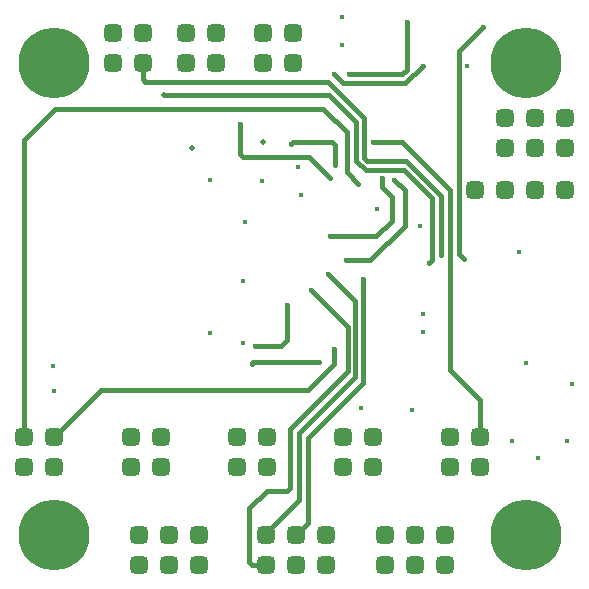
<source format=gbr>
%TF.GenerationSoftware,Altium Limited,Altium Designer,21.5.1 (32)*%
G04 Layer_Physical_Order=4*
G04 Layer_Color=16711680*
%FSLAX45Y45*%
%MOMM*%
%TF.SameCoordinates,06A15EC1-A366-40CD-93CB-9F33A424241D*%
%TF.FilePolarity,Positive*%
%TF.FileFunction,Copper,L4,Bot,Signal*%
%TF.Part,Single*%
G01*
G75*
%TA.AperFunction,Conductor*%
%ADD30C,0.45000*%
%TA.AperFunction,ComponentPad*%
G04:AMPARAMS|DCode=42|XSize=1.5mm|YSize=1.5mm|CornerRadius=0.375mm|HoleSize=0mm|Usage=FLASHONLY|Rotation=180.000|XOffset=0mm|YOffset=0mm|HoleType=Round|Shape=RoundedRectangle|*
%AMROUNDEDRECTD42*
21,1,1.50000,0.75000,0,0,180.0*
21,1,0.75000,1.50000,0,0,180.0*
1,1,0.75000,-0.37500,0.37500*
1,1,0.75000,0.37500,0.37500*
1,1,0.75000,0.37500,-0.37500*
1,1,0.75000,-0.37500,-0.37500*
%
%ADD42ROUNDEDRECTD42*%
G04:AMPARAMS|DCode=43|XSize=1.5mm|YSize=1.5mm|CornerRadius=0.375mm|HoleSize=0mm|Usage=FLASHONLY|Rotation=270.000|XOffset=0mm|YOffset=0mm|HoleType=Round|Shape=RoundedRectangle|*
%AMROUNDEDRECTD43*
21,1,1.50000,0.75000,0,0,270.0*
21,1,0.75000,1.50000,0,0,270.0*
1,1,0.75000,-0.37500,-0.37500*
1,1,0.75000,-0.37500,0.37500*
1,1,0.75000,0.37500,0.37500*
1,1,0.75000,0.37500,-0.37500*
%
%ADD43ROUNDEDRECTD43*%
%TA.AperFunction,ViaPad*%
%ADD44C,6.00000*%
%ADD45C,0.45000*%
%ADD46C,0.50000*%
%ADD47C,0.60000*%
D30*
X5588000Y5489360D02*
Y5892800D01*
X5548640Y5450000D02*
X5588000Y5489360D01*
X4610100Y4864100D02*
X4622800Y4876800D01*
X4952040D01*
X4978400Y4686300D02*
Y4850440D01*
X4952040Y4876800D02*
X4978400Y4850440D01*
X4204660Y4750101D02*
X4762801D01*
X4178300Y4776461D02*
X4204660Y4750101D01*
X4762801D02*
X4937901Y4575000D01*
X4178300Y4776461D02*
Y5029200D01*
X5877560Y3919220D02*
Y4422440D01*
X5580000Y4720000D02*
X5877560Y4422440D01*
X5570000Y4170000D02*
Y4470000D01*
X5480000Y4560000D02*
X5570000Y4470000D01*
X5275000Y3875000D02*
X5570000Y4170000D01*
X5160000Y4719437D02*
X5239437Y4640000D01*
X5560000D02*
X5800000Y4400000D01*
X5239437Y4640000D02*
X5560000D01*
X5375000Y4495000D02*
X5460000Y4410000D01*
X5375000Y4495000D02*
Y4575000D01*
X5460000Y4210000D02*
Y4410000D01*
X5330000Y4080000D02*
X5460000Y4210000D01*
X4940000Y4080000D02*
X5330000D01*
X3530000Y5280000D02*
X4930000D01*
X5160000Y5050000D01*
X4300000Y3150000D02*
X4520000D01*
X4575000Y3205000D02*
Y3500000D01*
X4520000Y3150000D02*
X4575000Y3205000D01*
X2610000Y5160000D02*
X4880000D01*
X5080000Y4620000D02*
Y4960000D01*
X4880000Y5160000D02*
X5080000Y4960000D01*
Y4620000D02*
X5175001Y4524999D01*
X6029600Y5649600D02*
X6230000Y5850000D01*
X6029600Y3930400D02*
Y5649600D01*
Y3930400D02*
X6070000Y3890000D01*
X5300000Y4880000D02*
X5545000D01*
X4920000Y3760000D02*
X5150869Y3529132D01*
Y2892021D02*
Y3529132D01*
X3373431Y5387500D02*
X4922500D01*
X5225000Y4746360D02*
Y5085000D01*
X4922500Y5387500D02*
X5225000Y5085000D01*
X5160000Y4719437D02*
Y5050000D01*
X3350000Y5410932D02*
X3373431Y5387500D01*
X3350000Y5410932D02*
Y5550000D01*
X5251360Y4720000D02*
X5580000D01*
X5225000Y4746360D02*
X5251360Y4720000D01*
X5800000Y3877900D02*
Y4400000D01*
X5545000Y4880000D02*
X5954000Y4471000D01*
X5775000Y3852900D02*
X5800000Y3877900D01*
X2346000Y4896000D02*
X2610000Y5160000D01*
X4750000Y2375000D02*
X5215868Y2840868D01*
X5085869Y2935869D02*
Y3314132D01*
X4600000Y2450000D02*
X5085869Y2935869D01*
X4675000Y2416153D02*
X5150869Y2892021D01*
X5215868Y2840868D02*
Y3715868D01*
X4750000Y1650000D02*
Y2375000D01*
X4775000Y3625000D02*
X5085869Y3314132D01*
X4975000Y5450000D02*
X5050000Y5375000D01*
X5575000D01*
X4975000Y3000000D02*
Y3125000D01*
X4750000Y2775000D02*
X4975000Y3000000D01*
X4275000Y3000000D02*
X4289414Y3014414D01*
X4842285D01*
X4251360Y1776360D02*
X4400000Y1925000D01*
X4251360Y1322360D02*
Y1776360D01*
Y1322360D02*
X4277721Y1296000D01*
X4396000D01*
X4400000Y1925000D02*
X4573640D01*
X4600000Y1951360D01*
Y2450000D01*
X4396000Y1550000D02*
Y1571000D01*
X4675000Y1850000D01*
Y2416153D01*
X4650000Y1550000D02*
X4750000Y1650000D01*
X2996000Y2775000D02*
X4750000D01*
X2600000Y2379000D02*
X2996000Y2775000D01*
X5100000Y5450000D02*
X5548640D01*
X2346000Y2379000D02*
Y4896000D01*
X5075000Y3875000D02*
X5275000D01*
X5954000Y2946000D02*
Y4471000D01*
Y2946000D02*
X6203999Y2696001D01*
Y2379000D02*
Y2696001D01*
X5575000Y5375000D02*
X5725000Y5525000D01*
D42*
X3096000Y5804000D02*
D03*
X3350000D02*
D03*
Y5550000D02*
D03*
X3096000D02*
D03*
X3721000Y5804000D02*
D03*
X3975000D02*
D03*
Y5550000D02*
D03*
X3721000D02*
D03*
X4371000Y5804000D02*
D03*
X4625000D02*
D03*
Y5550000D02*
D03*
X4371000D02*
D03*
X6675000Y5078999D02*
D03*
X6929000D02*
D03*
Y4824999D02*
D03*
X6675000D02*
D03*
X6421000Y5078999D02*
D03*
Y4824999D02*
D03*
X5654000Y1554000D02*
D03*
X5908000D02*
D03*
Y1300000D02*
D03*
X5654000D02*
D03*
X5400000Y1554000D02*
D03*
Y1300000D02*
D03*
X4650000Y1550000D02*
D03*
X4904000D02*
D03*
Y1296000D02*
D03*
X4650000D02*
D03*
X4396000Y1550000D02*
D03*
Y1296000D02*
D03*
X3575000Y1554000D02*
D03*
X3829000D02*
D03*
Y1300000D02*
D03*
X3575000D02*
D03*
X3321000Y1554000D02*
D03*
Y1300000D02*
D03*
D43*
X5949999Y2125000D02*
D03*
Y2379000D02*
D03*
X6203999D02*
D03*
Y2125000D02*
D03*
X3249999D02*
D03*
Y2379000D02*
D03*
X3503999D02*
D03*
Y2125000D02*
D03*
X2346000D02*
D03*
Y2379000D02*
D03*
X2600000D02*
D03*
Y2125000D02*
D03*
X5049999D02*
D03*
Y2379000D02*
D03*
X5303999D02*
D03*
Y2125000D02*
D03*
X4149999D02*
D03*
Y2379000D02*
D03*
X4403999D02*
D03*
Y2125000D02*
D03*
X6929000Y4475000D02*
D03*
X6675000D02*
D03*
X6421000D02*
D03*
X6167000D02*
D03*
D44*
X2600000Y1550000D02*
D03*
X6600000D02*
D03*
X2600000Y5550000D02*
D03*
X6600000D02*
D03*
D45*
X2603500Y2768600D02*
D03*
X2590800Y2984500D02*
D03*
X5588000Y5892800D02*
D03*
X5041900Y5702300D02*
D03*
X4610100Y4864100D02*
D03*
X4978400Y4686300D02*
D03*
X4178300Y5029200D02*
D03*
X5877560Y3919220D02*
D03*
X5040000Y5940000D02*
D03*
X4220000Y4200000D02*
D03*
X3920000Y4560000D02*
D03*
X4360000Y4550000D02*
D03*
X4200000Y3180000D02*
D03*
Y3700000D02*
D03*
X5700000Y4170000D02*
D03*
X5375000Y4575000D02*
D03*
X5480000Y4560000D02*
D03*
X5332501Y4310000D02*
D03*
X4690000Y4430000D02*
D03*
X6600000Y3010000D02*
D03*
X4300000Y3150000D02*
D03*
X6990000Y2830000D02*
D03*
X6100000Y5520000D02*
D03*
X5300000Y4880000D02*
D03*
X4940000Y4080000D02*
D03*
X4920000Y3760000D02*
D03*
X6230000Y5850000D02*
D03*
X6070000Y3890000D02*
D03*
X5727100Y3272900D02*
D03*
Y3422900D02*
D03*
X6945500Y2345500D02*
D03*
X6475500D02*
D03*
X6700000Y2200000D02*
D03*
X6535000Y3945000D02*
D03*
X5630000Y2610000D02*
D03*
X3925002Y3265002D02*
D03*
X4670000Y4664998D02*
D03*
X5200000Y2630000D02*
D03*
X4975000Y5450000D02*
D03*
Y3125000D02*
D03*
X4275000Y3000000D02*
D03*
X4842285Y3014414D02*
D03*
X5215868Y3715868D02*
D03*
X5775000Y3852900D02*
D03*
X5175001Y4524999D02*
D03*
X4937901Y4575000D02*
D03*
X4775000Y3625000D02*
D03*
X5075000Y3875000D02*
D03*
X5725000Y5525000D02*
D03*
X5100000Y5450000D02*
D03*
X4575000Y3500000D02*
D03*
D46*
X4368800Y4876800D02*
D03*
X3771900Y4826000D02*
D03*
X3530000Y5280000D02*
D03*
D47*
X2387508Y1461983D02*
D03*
X2688017Y1337508D02*
D03*
X2387508Y1638017D02*
D03*
X2511983Y1337508D02*
D03*
Y1762492D02*
D03*
X2812492Y1638017D02*
D03*
Y1461983D02*
D03*
X2688017Y1762492D02*
D03*
X6387508Y1461983D02*
D03*
X6688017Y1337508D02*
D03*
X6511983D02*
D03*
X6812492Y1638017D02*
D03*
X6511983Y1762492D02*
D03*
X6812492Y1461983D02*
D03*
X6688017Y1762492D02*
D03*
X6387508Y1638017D02*
D03*
X2812492Y5638017D02*
D03*
X2387508Y5461983D02*
D03*
Y5638017D02*
D03*
X2511983Y5337507D02*
D03*
Y5762492D02*
D03*
X2688017D02*
D03*
Y5337507D02*
D03*
X2812492Y5461983D02*
D03*
X6511983Y5337507D02*
D03*
X6387508Y5461983D02*
D03*
Y5638017D02*
D03*
X6511983Y5762492D02*
D03*
X6688017D02*
D03*
X6812492Y5638017D02*
D03*
Y5461983D02*
D03*
X6688017Y5337507D02*
D03*
%TF.MD5,883656f2f43e30008503cb333664837a*%
M02*

</source>
